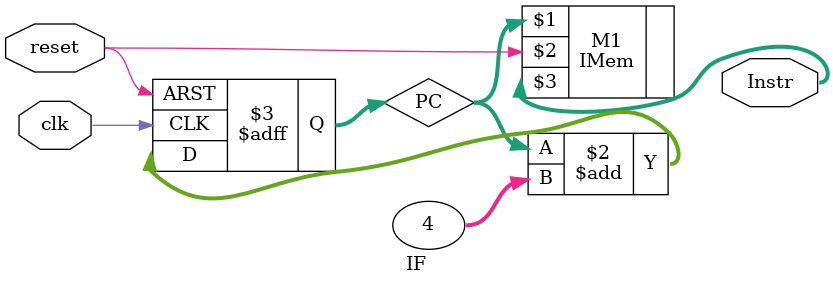
<source format=v>
`timescale 1ns / 1ps
module IF(
    input clk,
	 input reset,
    output [31:0] Instr
    );

reg [31:0] PC;
IMem M1(PC,reset,Instr);

always@(posedge clk,posedge reset)
begin
	if(reset) PC <= 32'b0;
	else PC <= PC+4;
end

endmodule

</source>
